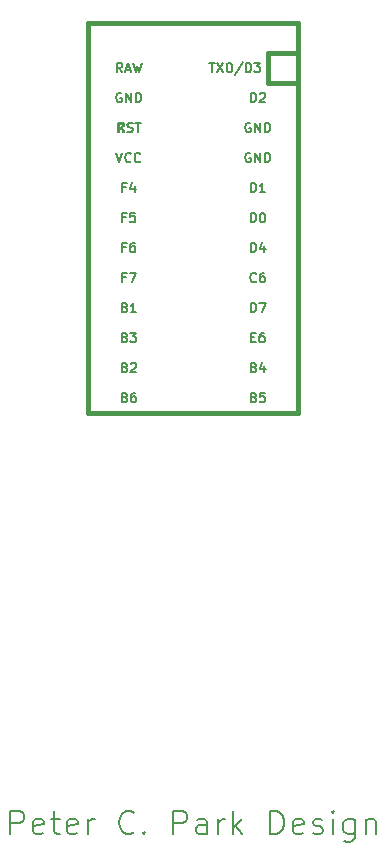
<source format=gto>
G04 #@! TF.GenerationSoftware,KiCad,Pcbnew,(5.1.9)-1*
G04 #@! TF.CreationDate,2021-01-22T22:33:46-08:00*
G04 #@! TF.ProjectId,unisplit_orthosteno,756e6973-706c-4697-945f-6f7274686f73,rev?*
G04 #@! TF.SameCoordinates,Original*
G04 #@! TF.FileFunction,Legend,Top*
G04 #@! TF.FilePolarity,Positive*
%FSLAX46Y46*%
G04 Gerber Fmt 4.6, Leading zero omitted, Abs format (unit mm)*
G04 Created by KiCad (PCBNEW (5.1.9)-1) date 2021-01-22 22:33:46*
%MOMM*%
%LPD*%
G01*
G04 APERTURE LIST*
%ADD10C,0.200000*%
%ADD11C,0.381000*%
%ADD12C,0.150000*%
%ADD13C,1.200000*%
%ADD14C,1.700000*%
%ADD15C,2.000000*%
%ADD16C,1.750000*%
%ADD17C,2.250000*%
%ADD18C,3.987800*%
%ADD19C,1.752600*%
%ADD20R,1.752600X1.752600*%
G04 APERTURE END LIST*
D10*
X126605059Y-128698511D02*
X126605059Y-126698511D01*
X127366964Y-126698511D01*
X127557440Y-126793750D01*
X127652678Y-126888988D01*
X127747916Y-127079464D01*
X127747916Y-127365178D01*
X127652678Y-127555654D01*
X127557440Y-127650892D01*
X127366964Y-127746130D01*
X126605059Y-127746130D01*
X129366964Y-128603273D02*
X129176488Y-128698511D01*
X128795535Y-128698511D01*
X128605059Y-128603273D01*
X128509821Y-128412797D01*
X128509821Y-127650892D01*
X128605059Y-127460416D01*
X128795535Y-127365178D01*
X129176488Y-127365178D01*
X129366964Y-127460416D01*
X129462202Y-127650892D01*
X129462202Y-127841369D01*
X128509821Y-128031845D01*
X130033630Y-127365178D02*
X130795535Y-127365178D01*
X130319345Y-126698511D02*
X130319345Y-128412797D01*
X130414583Y-128603273D01*
X130605059Y-128698511D01*
X130795535Y-128698511D01*
X132224107Y-128603273D02*
X132033630Y-128698511D01*
X131652678Y-128698511D01*
X131462202Y-128603273D01*
X131366964Y-128412797D01*
X131366964Y-127650892D01*
X131462202Y-127460416D01*
X131652678Y-127365178D01*
X132033630Y-127365178D01*
X132224107Y-127460416D01*
X132319345Y-127650892D01*
X132319345Y-127841369D01*
X131366964Y-128031845D01*
X133176488Y-128698511D02*
X133176488Y-127365178D01*
X133176488Y-127746130D02*
X133271726Y-127555654D01*
X133366964Y-127460416D01*
X133557440Y-127365178D01*
X133747916Y-127365178D01*
X137081250Y-128508035D02*
X136986011Y-128603273D01*
X136700297Y-128698511D01*
X136509821Y-128698511D01*
X136224107Y-128603273D01*
X136033630Y-128412797D01*
X135938392Y-128222321D01*
X135843154Y-127841369D01*
X135843154Y-127555654D01*
X135938392Y-127174702D01*
X136033630Y-126984226D01*
X136224107Y-126793750D01*
X136509821Y-126698511D01*
X136700297Y-126698511D01*
X136986011Y-126793750D01*
X137081250Y-126888988D01*
X137938392Y-128508035D02*
X138033630Y-128603273D01*
X137938392Y-128698511D01*
X137843154Y-128603273D01*
X137938392Y-128508035D01*
X137938392Y-128698511D01*
X140414583Y-128698511D02*
X140414583Y-126698511D01*
X141176488Y-126698511D01*
X141366964Y-126793750D01*
X141462202Y-126888988D01*
X141557440Y-127079464D01*
X141557440Y-127365178D01*
X141462202Y-127555654D01*
X141366964Y-127650892D01*
X141176488Y-127746130D01*
X140414583Y-127746130D01*
X143271726Y-128698511D02*
X143271726Y-127650892D01*
X143176488Y-127460416D01*
X142986011Y-127365178D01*
X142605059Y-127365178D01*
X142414583Y-127460416D01*
X143271726Y-128603273D02*
X143081250Y-128698511D01*
X142605059Y-128698511D01*
X142414583Y-128603273D01*
X142319345Y-128412797D01*
X142319345Y-128222321D01*
X142414583Y-128031845D01*
X142605059Y-127936607D01*
X143081250Y-127936607D01*
X143271726Y-127841369D01*
X144224107Y-128698511D02*
X144224107Y-127365178D01*
X144224107Y-127746130D02*
X144319345Y-127555654D01*
X144414583Y-127460416D01*
X144605059Y-127365178D01*
X144795535Y-127365178D01*
X145462202Y-128698511D02*
X145462202Y-126698511D01*
X145652678Y-127936607D02*
X146224107Y-128698511D01*
X146224107Y-127365178D02*
X145462202Y-128127083D01*
X148605059Y-128698511D02*
X148605059Y-126698511D01*
X149081250Y-126698511D01*
X149366964Y-126793750D01*
X149557440Y-126984226D01*
X149652678Y-127174702D01*
X149747916Y-127555654D01*
X149747916Y-127841369D01*
X149652678Y-128222321D01*
X149557440Y-128412797D01*
X149366964Y-128603273D01*
X149081250Y-128698511D01*
X148605059Y-128698511D01*
X151366964Y-128603273D02*
X151176488Y-128698511D01*
X150795535Y-128698511D01*
X150605059Y-128603273D01*
X150509821Y-128412797D01*
X150509821Y-127650892D01*
X150605059Y-127460416D01*
X150795535Y-127365178D01*
X151176488Y-127365178D01*
X151366964Y-127460416D01*
X151462202Y-127650892D01*
X151462202Y-127841369D01*
X150509821Y-128031845D01*
X152224107Y-128603273D02*
X152414583Y-128698511D01*
X152795535Y-128698511D01*
X152986011Y-128603273D01*
X153081250Y-128412797D01*
X153081250Y-128317559D01*
X152986011Y-128127083D01*
X152795535Y-128031845D01*
X152509821Y-128031845D01*
X152319345Y-127936607D01*
X152224107Y-127746130D01*
X152224107Y-127650892D01*
X152319345Y-127460416D01*
X152509821Y-127365178D01*
X152795535Y-127365178D01*
X152986011Y-127460416D01*
X153938392Y-128698511D02*
X153938392Y-127365178D01*
X153938392Y-126698511D02*
X153843154Y-126793750D01*
X153938392Y-126888988D01*
X154033630Y-126793750D01*
X153938392Y-126698511D01*
X153938392Y-126888988D01*
X155747916Y-127365178D02*
X155747916Y-128984226D01*
X155652678Y-129174702D01*
X155557440Y-129269940D01*
X155366964Y-129365178D01*
X155081250Y-129365178D01*
X154890773Y-129269940D01*
X155747916Y-128603273D02*
X155557440Y-128698511D01*
X155176488Y-128698511D01*
X154986011Y-128603273D01*
X154890773Y-128508035D01*
X154795535Y-128317559D01*
X154795535Y-127746130D01*
X154890773Y-127555654D01*
X154986011Y-127460416D01*
X155176488Y-127365178D01*
X155557440Y-127365178D01*
X155747916Y-127460416D01*
X156700297Y-127365178D02*
X156700297Y-128698511D01*
X156700297Y-127555654D02*
X156795535Y-127460416D01*
X156986011Y-127365178D01*
X157271726Y-127365178D01*
X157462202Y-127460416D01*
X157557440Y-127650892D01*
X157557440Y-128698511D01*
D11*
X148431250Y-62547500D02*
X150971250Y-62547500D01*
X133191250Y-60007500D02*
X150971250Y-60007500D01*
X150971250Y-60007500D02*
X150971250Y-93027500D01*
X150971250Y-93027500D02*
X133191250Y-93027500D01*
X133191250Y-93027500D02*
X133191250Y-60007500D01*
D12*
G36*
X136236615Y-68436530D02*
G01*
X136236615Y-68536530D01*
X135736615Y-68536530D01*
X135736615Y-68436530D01*
X136236615Y-68436530D01*
G37*
X136236615Y-68436530D02*
X136236615Y-68536530D01*
X135736615Y-68536530D01*
X135736615Y-68436530D01*
X136236615Y-68436530D01*
G36*
X136236615Y-68436530D02*
G01*
X136236615Y-68736530D01*
X136136615Y-68736530D01*
X136136615Y-68436530D01*
X136236615Y-68436530D01*
G37*
X136236615Y-68436530D02*
X136236615Y-68736530D01*
X136136615Y-68736530D01*
X136136615Y-68436530D01*
X136236615Y-68436530D01*
G36*
X136236615Y-69036530D02*
G01*
X136236615Y-69236530D01*
X136136615Y-69236530D01*
X136136615Y-69036530D01*
X136236615Y-69036530D01*
G37*
X136236615Y-69036530D02*
X136236615Y-69236530D01*
X136136615Y-69236530D01*
X136136615Y-69036530D01*
X136236615Y-69036530D01*
G36*
X135836615Y-68436530D02*
G01*
X135836615Y-69236530D01*
X135736615Y-69236530D01*
X135736615Y-68436530D01*
X135836615Y-68436530D01*
G37*
X135836615Y-68436530D02*
X135836615Y-69236530D01*
X135736615Y-69236530D01*
X135736615Y-68436530D01*
X135836615Y-68436530D01*
G36*
X136036615Y-68836530D02*
G01*
X136036615Y-68936530D01*
X135936615Y-68936530D01*
X135936615Y-68836530D01*
X136036615Y-68836530D01*
G37*
X136036615Y-68836530D02*
X136036615Y-68936530D01*
X135936615Y-68936530D01*
X135936615Y-68836530D01*
X136036615Y-68836530D01*
D11*
X148431250Y-62547500D02*
X148431250Y-65087500D01*
X148431250Y-65087500D02*
X150971250Y-65087500D01*
D12*
X136507916Y-69201309D02*
X136622202Y-69239404D01*
X136812678Y-69239404D01*
X136888869Y-69201309D01*
X136926964Y-69163214D01*
X136965059Y-69087023D01*
X136965059Y-69010833D01*
X136926964Y-68934642D01*
X136888869Y-68896547D01*
X136812678Y-68858452D01*
X136660297Y-68820357D01*
X136584107Y-68782261D01*
X136546011Y-68744166D01*
X136507916Y-68667976D01*
X136507916Y-68591785D01*
X136546011Y-68515595D01*
X136584107Y-68477500D01*
X136660297Y-68439404D01*
X136850773Y-68439404D01*
X136965059Y-68477500D01*
X137193630Y-68439404D02*
X137650773Y-68439404D01*
X137422202Y-69239404D02*
X137422202Y-68439404D01*
X143462645Y-63379404D02*
X143919788Y-63379404D01*
X143691217Y-64179404D02*
X143691217Y-63379404D01*
X144110264Y-63379404D02*
X144643598Y-64179404D01*
X144643598Y-63379404D02*
X144110264Y-64179404D01*
X145100741Y-63379404D02*
X145176931Y-63379404D01*
X145253122Y-63417500D01*
X145291217Y-63455595D01*
X145329312Y-63531785D01*
X145367407Y-63684166D01*
X145367407Y-63874642D01*
X145329312Y-64027023D01*
X145291217Y-64103214D01*
X145253122Y-64141309D01*
X145176931Y-64179404D01*
X145100741Y-64179404D01*
X145024550Y-64141309D01*
X144986455Y-64103214D01*
X144948360Y-64027023D01*
X144910264Y-63874642D01*
X144910264Y-63684166D01*
X144948360Y-63531785D01*
X144986455Y-63455595D01*
X145024550Y-63417500D01*
X145100741Y-63379404D01*
X146281693Y-63341309D02*
X145595979Y-64369880D01*
X146548360Y-64179404D02*
X146548360Y-63379404D01*
X146738836Y-63379404D01*
X146853122Y-63417500D01*
X146929312Y-63493690D01*
X146967407Y-63569880D01*
X147005502Y-63722261D01*
X147005502Y-63836547D01*
X146967407Y-63988928D01*
X146929312Y-64065119D01*
X146853122Y-64141309D01*
X146738836Y-64179404D01*
X146548360Y-64179404D01*
X147272169Y-63379404D02*
X147767407Y-63379404D01*
X147500741Y-63684166D01*
X147615026Y-63684166D01*
X147691217Y-63722261D01*
X147729312Y-63760357D01*
X147767407Y-63836547D01*
X147767407Y-64027023D01*
X147729312Y-64103214D01*
X147691217Y-64141309D01*
X147615026Y-64179404D01*
X147386455Y-64179404D01*
X147310264Y-64141309D01*
X147272169Y-64103214D01*
X136296440Y-89160357D02*
X136410726Y-89198452D01*
X136448821Y-89236547D01*
X136486916Y-89312738D01*
X136486916Y-89427023D01*
X136448821Y-89503214D01*
X136410726Y-89541309D01*
X136334535Y-89579404D01*
X136029773Y-89579404D01*
X136029773Y-88779404D01*
X136296440Y-88779404D01*
X136372630Y-88817500D01*
X136410726Y-88855595D01*
X136448821Y-88931785D01*
X136448821Y-89007976D01*
X136410726Y-89084166D01*
X136372630Y-89122261D01*
X136296440Y-89160357D01*
X136029773Y-89160357D01*
X136791678Y-88855595D02*
X136829773Y-88817500D01*
X136905964Y-88779404D01*
X137096440Y-88779404D01*
X137172630Y-88817500D01*
X137210726Y-88855595D01*
X137248821Y-88931785D01*
X137248821Y-89007976D01*
X137210726Y-89122261D01*
X136753583Y-89579404D01*
X137248821Y-89579404D01*
X136353583Y-81540357D02*
X136086916Y-81540357D01*
X136086916Y-81959404D02*
X136086916Y-81159404D01*
X136467869Y-81159404D01*
X136696440Y-81159404D02*
X137229773Y-81159404D01*
X136886916Y-81959404D01*
X136353583Y-79000357D02*
X136086916Y-79000357D01*
X136086916Y-79419404D02*
X136086916Y-78619404D01*
X136467869Y-78619404D01*
X137115488Y-78619404D02*
X136963107Y-78619404D01*
X136886916Y-78657500D01*
X136848821Y-78695595D01*
X136772630Y-78809880D01*
X136734535Y-78962261D01*
X136734535Y-79267023D01*
X136772630Y-79343214D01*
X136810726Y-79381309D01*
X136886916Y-79419404D01*
X137039297Y-79419404D01*
X137115488Y-79381309D01*
X137153583Y-79343214D01*
X137191678Y-79267023D01*
X137191678Y-79076547D01*
X137153583Y-79000357D01*
X137115488Y-78962261D01*
X137039297Y-78924166D01*
X136886916Y-78924166D01*
X136810726Y-78962261D01*
X136772630Y-79000357D01*
X136734535Y-79076547D01*
X136353583Y-76460357D02*
X136086916Y-76460357D01*
X136086916Y-76879404D02*
X136086916Y-76079404D01*
X136467869Y-76079404D01*
X137153583Y-76079404D02*
X136772630Y-76079404D01*
X136734535Y-76460357D01*
X136772630Y-76422261D01*
X136848821Y-76384166D01*
X137039297Y-76384166D01*
X137115488Y-76422261D01*
X137153583Y-76460357D01*
X137191678Y-76536547D01*
X137191678Y-76727023D01*
X137153583Y-76803214D01*
X137115488Y-76841309D01*
X137039297Y-76879404D01*
X136848821Y-76879404D01*
X136772630Y-76841309D01*
X136734535Y-76803214D01*
X136067869Y-64179404D02*
X135801202Y-63798452D01*
X135610726Y-64179404D02*
X135610726Y-63379404D01*
X135915488Y-63379404D01*
X135991678Y-63417500D01*
X136029773Y-63455595D01*
X136067869Y-63531785D01*
X136067869Y-63646071D01*
X136029773Y-63722261D01*
X135991678Y-63760357D01*
X135915488Y-63798452D01*
X135610726Y-63798452D01*
X136372630Y-63950833D02*
X136753583Y-63950833D01*
X136296440Y-64179404D02*
X136563107Y-63379404D01*
X136829773Y-64179404D01*
X137020250Y-63379404D02*
X137210726Y-64179404D01*
X137363107Y-63607976D01*
X137515488Y-64179404D01*
X137705964Y-63379404D01*
X136010726Y-65957500D02*
X135934535Y-65919404D01*
X135820250Y-65919404D01*
X135705964Y-65957500D01*
X135629773Y-66033690D01*
X135591678Y-66109880D01*
X135553583Y-66262261D01*
X135553583Y-66376547D01*
X135591678Y-66528928D01*
X135629773Y-66605119D01*
X135705964Y-66681309D01*
X135820250Y-66719404D01*
X135896440Y-66719404D01*
X136010726Y-66681309D01*
X136048821Y-66643214D01*
X136048821Y-66376547D01*
X135896440Y-66376547D01*
X136391678Y-66719404D02*
X136391678Y-65919404D01*
X136848821Y-66719404D01*
X136848821Y-65919404D01*
X137229773Y-66719404D02*
X137229773Y-65919404D01*
X137420250Y-65919404D01*
X137534535Y-65957500D01*
X137610726Y-66033690D01*
X137648821Y-66109880D01*
X137686916Y-66262261D01*
X137686916Y-66376547D01*
X137648821Y-66528928D01*
X137610726Y-66605119D01*
X137534535Y-66681309D01*
X137420250Y-66719404D01*
X137229773Y-66719404D01*
X135553583Y-70999404D02*
X135820250Y-71799404D01*
X136086916Y-70999404D01*
X136810726Y-71723214D02*
X136772630Y-71761309D01*
X136658345Y-71799404D01*
X136582154Y-71799404D01*
X136467869Y-71761309D01*
X136391678Y-71685119D01*
X136353583Y-71608928D01*
X136315488Y-71456547D01*
X136315488Y-71342261D01*
X136353583Y-71189880D01*
X136391678Y-71113690D01*
X136467869Y-71037500D01*
X136582154Y-70999404D01*
X136658345Y-70999404D01*
X136772630Y-71037500D01*
X136810726Y-71075595D01*
X137610726Y-71723214D02*
X137572630Y-71761309D01*
X137458345Y-71799404D01*
X137382154Y-71799404D01*
X137267869Y-71761309D01*
X137191678Y-71685119D01*
X137153583Y-71608928D01*
X137115488Y-71456547D01*
X137115488Y-71342261D01*
X137153583Y-71189880D01*
X137191678Y-71113690D01*
X137267869Y-71037500D01*
X137382154Y-70999404D01*
X137458345Y-70999404D01*
X137572630Y-71037500D01*
X137610726Y-71075595D01*
X136353583Y-73920357D02*
X136086916Y-73920357D01*
X136086916Y-74339404D02*
X136086916Y-73539404D01*
X136467869Y-73539404D01*
X137115488Y-73806071D02*
X137115488Y-74339404D01*
X136925011Y-73501309D02*
X136734535Y-74072738D01*
X137229773Y-74072738D01*
X136296440Y-84080357D02*
X136410726Y-84118452D01*
X136448821Y-84156547D01*
X136486916Y-84232738D01*
X136486916Y-84347023D01*
X136448821Y-84423214D01*
X136410726Y-84461309D01*
X136334535Y-84499404D01*
X136029773Y-84499404D01*
X136029773Y-83699404D01*
X136296440Y-83699404D01*
X136372630Y-83737500D01*
X136410726Y-83775595D01*
X136448821Y-83851785D01*
X136448821Y-83927976D01*
X136410726Y-84004166D01*
X136372630Y-84042261D01*
X136296440Y-84080357D01*
X136029773Y-84080357D01*
X137248821Y-84499404D02*
X136791678Y-84499404D01*
X137020250Y-84499404D02*
X137020250Y-83699404D01*
X136944059Y-83813690D01*
X136867869Y-83889880D01*
X136791678Y-83927976D01*
X136296440Y-86620357D02*
X136410726Y-86658452D01*
X136448821Y-86696547D01*
X136486916Y-86772738D01*
X136486916Y-86887023D01*
X136448821Y-86963214D01*
X136410726Y-87001309D01*
X136334535Y-87039404D01*
X136029773Y-87039404D01*
X136029773Y-86239404D01*
X136296440Y-86239404D01*
X136372630Y-86277500D01*
X136410726Y-86315595D01*
X136448821Y-86391785D01*
X136448821Y-86467976D01*
X136410726Y-86544166D01*
X136372630Y-86582261D01*
X136296440Y-86620357D01*
X136029773Y-86620357D01*
X136753583Y-86239404D02*
X137248821Y-86239404D01*
X136982154Y-86544166D01*
X137096440Y-86544166D01*
X137172630Y-86582261D01*
X137210726Y-86620357D01*
X137248821Y-86696547D01*
X137248821Y-86887023D01*
X137210726Y-86963214D01*
X137172630Y-87001309D01*
X137096440Y-87039404D01*
X136867869Y-87039404D01*
X136791678Y-87001309D01*
X136753583Y-86963214D01*
X136296440Y-91700357D02*
X136410726Y-91738452D01*
X136448821Y-91776547D01*
X136486916Y-91852738D01*
X136486916Y-91967023D01*
X136448821Y-92043214D01*
X136410726Y-92081309D01*
X136334535Y-92119404D01*
X136029773Y-92119404D01*
X136029773Y-91319404D01*
X136296440Y-91319404D01*
X136372630Y-91357500D01*
X136410726Y-91395595D01*
X136448821Y-91471785D01*
X136448821Y-91547976D01*
X136410726Y-91624166D01*
X136372630Y-91662261D01*
X136296440Y-91700357D01*
X136029773Y-91700357D01*
X137172630Y-91319404D02*
X137020250Y-91319404D01*
X136944059Y-91357500D01*
X136905964Y-91395595D01*
X136829773Y-91509880D01*
X136791678Y-91662261D01*
X136791678Y-91967023D01*
X136829773Y-92043214D01*
X136867869Y-92081309D01*
X136944059Y-92119404D01*
X137096440Y-92119404D01*
X137172630Y-92081309D01*
X137210726Y-92043214D01*
X137248821Y-91967023D01*
X137248821Y-91776547D01*
X137210726Y-91700357D01*
X137172630Y-91662261D01*
X137096440Y-91624166D01*
X136944059Y-91624166D01*
X136867869Y-91662261D01*
X136829773Y-91700357D01*
X136791678Y-91776547D01*
X147218440Y-91700357D02*
X147332726Y-91738452D01*
X147370821Y-91776547D01*
X147408916Y-91852738D01*
X147408916Y-91967023D01*
X147370821Y-92043214D01*
X147332726Y-92081309D01*
X147256535Y-92119404D01*
X146951773Y-92119404D01*
X146951773Y-91319404D01*
X147218440Y-91319404D01*
X147294630Y-91357500D01*
X147332726Y-91395595D01*
X147370821Y-91471785D01*
X147370821Y-91547976D01*
X147332726Y-91624166D01*
X147294630Y-91662261D01*
X147218440Y-91700357D01*
X146951773Y-91700357D01*
X148132726Y-91319404D02*
X147751773Y-91319404D01*
X147713678Y-91700357D01*
X147751773Y-91662261D01*
X147827964Y-91624166D01*
X148018440Y-91624166D01*
X148094630Y-91662261D01*
X148132726Y-91700357D01*
X148170821Y-91776547D01*
X148170821Y-91967023D01*
X148132726Y-92043214D01*
X148094630Y-92081309D01*
X148018440Y-92119404D01*
X147827964Y-92119404D01*
X147751773Y-92081309D01*
X147713678Y-92043214D01*
X147218440Y-89160357D02*
X147332726Y-89198452D01*
X147370821Y-89236547D01*
X147408916Y-89312738D01*
X147408916Y-89427023D01*
X147370821Y-89503214D01*
X147332726Y-89541309D01*
X147256535Y-89579404D01*
X146951773Y-89579404D01*
X146951773Y-88779404D01*
X147218440Y-88779404D01*
X147294630Y-88817500D01*
X147332726Y-88855595D01*
X147370821Y-88931785D01*
X147370821Y-89007976D01*
X147332726Y-89084166D01*
X147294630Y-89122261D01*
X147218440Y-89160357D01*
X146951773Y-89160357D01*
X148094630Y-89046071D02*
X148094630Y-89579404D01*
X147904154Y-88741309D02*
X147713678Y-89312738D01*
X148208916Y-89312738D01*
X146989869Y-86620357D02*
X147256535Y-86620357D01*
X147370821Y-87039404D02*
X146989869Y-87039404D01*
X146989869Y-86239404D01*
X147370821Y-86239404D01*
X148056535Y-86239404D02*
X147904154Y-86239404D01*
X147827964Y-86277500D01*
X147789869Y-86315595D01*
X147713678Y-86429880D01*
X147675583Y-86582261D01*
X147675583Y-86887023D01*
X147713678Y-86963214D01*
X147751773Y-87001309D01*
X147827964Y-87039404D01*
X147980345Y-87039404D01*
X148056535Y-87001309D01*
X148094630Y-86963214D01*
X148132726Y-86887023D01*
X148132726Y-86696547D01*
X148094630Y-86620357D01*
X148056535Y-86582261D01*
X147980345Y-86544166D01*
X147827964Y-86544166D01*
X147751773Y-86582261D01*
X147713678Y-86620357D01*
X147675583Y-86696547D01*
X146951773Y-84499404D02*
X146951773Y-83699404D01*
X147142250Y-83699404D01*
X147256535Y-83737500D01*
X147332726Y-83813690D01*
X147370821Y-83889880D01*
X147408916Y-84042261D01*
X147408916Y-84156547D01*
X147370821Y-84308928D01*
X147332726Y-84385119D01*
X147256535Y-84461309D01*
X147142250Y-84499404D01*
X146951773Y-84499404D01*
X147675583Y-83699404D02*
X148208916Y-83699404D01*
X147866059Y-84499404D01*
X147408916Y-81883214D02*
X147370821Y-81921309D01*
X147256535Y-81959404D01*
X147180345Y-81959404D01*
X147066059Y-81921309D01*
X146989869Y-81845119D01*
X146951773Y-81768928D01*
X146913678Y-81616547D01*
X146913678Y-81502261D01*
X146951773Y-81349880D01*
X146989869Y-81273690D01*
X147066059Y-81197500D01*
X147180345Y-81159404D01*
X147256535Y-81159404D01*
X147370821Y-81197500D01*
X147408916Y-81235595D01*
X148094630Y-81159404D02*
X147942250Y-81159404D01*
X147866059Y-81197500D01*
X147827964Y-81235595D01*
X147751773Y-81349880D01*
X147713678Y-81502261D01*
X147713678Y-81807023D01*
X147751773Y-81883214D01*
X147789869Y-81921309D01*
X147866059Y-81959404D01*
X148018440Y-81959404D01*
X148094630Y-81921309D01*
X148132726Y-81883214D01*
X148170821Y-81807023D01*
X148170821Y-81616547D01*
X148132726Y-81540357D01*
X148094630Y-81502261D01*
X148018440Y-81464166D01*
X147866059Y-81464166D01*
X147789869Y-81502261D01*
X147751773Y-81540357D01*
X147713678Y-81616547D01*
X146951773Y-79419404D02*
X146951773Y-78619404D01*
X147142250Y-78619404D01*
X147256535Y-78657500D01*
X147332726Y-78733690D01*
X147370821Y-78809880D01*
X147408916Y-78962261D01*
X147408916Y-79076547D01*
X147370821Y-79228928D01*
X147332726Y-79305119D01*
X147256535Y-79381309D01*
X147142250Y-79419404D01*
X146951773Y-79419404D01*
X148094630Y-78886071D02*
X148094630Y-79419404D01*
X147904154Y-78581309D02*
X147713678Y-79152738D01*
X148208916Y-79152738D01*
X146932726Y-68497500D02*
X146856535Y-68459404D01*
X146742250Y-68459404D01*
X146627964Y-68497500D01*
X146551773Y-68573690D01*
X146513678Y-68649880D01*
X146475583Y-68802261D01*
X146475583Y-68916547D01*
X146513678Y-69068928D01*
X146551773Y-69145119D01*
X146627964Y-69221309D01*
X146742250Y-69259404D01*
X146818440Y-69259404D01*
X146932726Y-69221309D01*
X146970821Y-69183214D01*
X146970821Y-68916547D01*
X146818440Y-68916547D01*
X147313678Y-69259404D02*
X147313678Y-68459404D01*
X147770821Y-69259404D01*
X147770821Y-68459404D01*
X148151773Y-69259404D02*
X148151773Y-68459404D01*
X148342250Y-68459404D01*
X148456535Y-68497500D01*
X148532726Y-68573690D01*
X148570821Y-68649880D01*
X148608916Y-68802261D01*
X148608916Y-68916547D01*
X148570821Y-69068928D01*
X148532726Y-69145119D01*
X148456535Y-69221309D01*
X148342250Y-69259404D01*
X148151773Y-69259404D01*
X146932726Y-71037500D02*
X146856535Y-70999404D01*
X146742250Y-70999404D01*
X146627964Y-71037500D01*
X146551773Y-71113690D01*
X146513678Y-71189880D01*
X146475583Y-71342261D01*
X146475583Y-71456547D01*
X146513678Y-71608928D01*
X146551773Y-71685119D01*
X146627964Y-71761309D01*
X146742250Y-71799404D01*
X146818440Y-71799404D01*
X146932726Y-71761309D01*
X146970821Y-71723214D01*
X146970821Y-71456547D01*
X146818440Y-71456547D01*
X147313678Y-71799404D02*
X147313678Y-70999404D01*
X147770821Y-71799404D01*
X147770821Y-70999404D01*
X148151773Y-71799404D02*
X148151773Y-70999404D01*
X148342250Y-70999404D01*
X148456535Y-71037500D01*
X148532726Y-71113690D01*
X148570821Y-71189880D01*
X148608916Y-71342261D01*
X148608916Y-71456547D01*
X148570821Y-71608928D01*
X148532726Y-71685119D01*
X148456535Y-71761309D01*
X148342250Y-71799404D01*
X148151773Y-71799404D01*
X146951773Y-74339404D02*
X146951773Y-73539404D01*
X147142250Y-73539404D01*
X147256535Y-73577500D01*
X147332726Y-73653690D01*
X147370821Y-73729880D01*
X147408916Y-73882261D01*
X147408916Y-73996547D01*
X147370821Y-74148928D01*
X147332726Y-74225119D01*
X147256535Y-74301309D01*
X147142250Y-74339404D01*
X146951773Y-74339404D01*
X148170821Y-74339404D02*
X147713678Y-74339404D01*
X147942250Y-74339404D02*
X147942250Y-73539404D01*
X147866059Y-73653690D01*
X147789869Y-73729880D01*
X147713678Y-73767976D01*
X146951773Y-76879404D02*
X146951773Y-76079404D01*
X147142250Y-76079404D01*
X147256535Y-76117500D01*
X147332726Y-76193690D01*
X147370821Y-76269880D01*
X147408916Y-76422261D01*
X147408916Y-76536547D01*
X147370821Y-76688928D01*
X147332726Y-76765119D01*
X147256535Y-76841309D01*
X147142250Y-76879404D01*
X146951773Y-76879404D01*
X147904154Y-76079404D02*
X147980345Y-76079404D01*
X148056535Y-76117500D01*
X148094630Y-76155595D01*
X148132726Y-76231785D01*
X148170821Y-76384166D01*
X148170821Y-76574642D01*
X148132726Y-76727023D01*
X148094630Y-76803214D01*
X148056535Y-76841309D01*
X147980345Y-76879404D01*
X147904154Y-76879404D01*
X147827964Y-76841309D01*
X147789869Y-76803214D01*
X147751773Y-76727023D01*
X147713678Y-76574642D01*
X147713678Y-76384166D01*
X147751773Y-76231785D01*
X147789869Y-76155595D01*
X147827964Y-76117500D01*
X147904154Y-76079404D01*
X146951773Y-66719404D02*
X146951773Y-65919404D01*
X147142250Y-65919404D01*
X147256535Y-65957500D01*
X147332726Y-66033690D01*
X147370821Y-66109880D01*
X147408916Y-66262261D01*
X147408916Y-66376547D01*
X147370821Y-66528928D01*
X147332726Y-66605119D01*
X147256535Y-66681309D01*
X147142250Y-66719404D01*
X146951773Y-66719404D01*
X147713678Y-65995595D02*
X147751773Y-65957500D01*
X147827964Y-65919404D01*
X148018440Y-65919404D01*
X148094630Y-65957500D01*
X148132726Y-65995595D01*
X148170821Y-66071785D01*
X148170821Y-66147976D01*
X148132726Y-66262261D01*
X147675583Y-66719404D01*
X148170821Y-66719404D01*
%LPC*%
D13*
X108286250Y-131200000D03*
D14*
X119006250Y-127000000D03*
X108006250Y-127000000D03*
D15*
X113506250Y-121100000D03*
X118506250Y-123200000D03*
D16*
X118586250Y-127000000D03*
X108426250Y-127000000D03*
D17*
X111006250Y-123000000D03*
D18*
X113506250Y-127000000D03*
G36*
G01*
X108944938Y-125297350D02*
X108944938Y-125297350D01*
G75*
G02*
X108858900Y-123708688I751312J837350D01*
G01*
X110168890Y-122248680D01*
G75*
G02*
X111757552Y-122162642I837350J-751312D01*
G01*
X111757552Y-122162642D01*
G75*
G02*
X111843590Y-123751304I-751312J-837350D01*
G01*
X110533600Y-125211312D01*
G75*
G02*
X108944938Y-125297350I-837350J751312D01*
G01*
G37*
D17*
X116046250Y-121920000D03*
G36*
G01*
X115929733Y-123622395D02*
X115929733Y-123622395D01*
G75*
G02*
X114883855Y-122423483I76517J1122395D01*
G01*
X114923397Y-121843451D01*
G75*
G02*
X116122309Y-120797573I1122395J-76517D01*
G01*
X116122309Y-120797573D01*
G75*
G02*
X117168187Y-121996485I-76517J-1122395D01*
G01*
X117128645Y-122576517D01*
G75*
G02*
X115929733Y-123622395I-1122395J76517D01*
G01*
G37*
D13*
X89236250Y-131200000D03*
D14*
X99956250Y-127000000D03*
X88956250Y-127000000D03*
D15*
X94456250Y-121100000D03*
X99456250Y-123200000D03*
D16*
X99536250Y-127000000D03*
X89376250Y-127000000D03*
D17*
X91956250Y-123000000D03*
D18*
X94456250Y-127000000D03*
G36*
G01*
X89894938Y-125297350D02*
X89894938Y-125297350D01*
G75*
G02*
X89808900Y-123708688I751312J837350D01*
G01*
X91118890Y-122248680D01*
G75*
G02*
X92707552Y-122162642I837350J-751312D01*
G01*
X92707552Y-122162642D01*
G75*
G02*
X92793590Y-123751304I-751312J-837350D01*
G01*
X91483600Y-125211312D01*
G75*
G02*
X89894938Y-125297350I-837350J751312D01*
G01*
G37*
D17*
X96996250Y-121920000D03*
G36*
G01*
X96879733Y-123622395D02*
X96879733Y-123622395D01*
G75*
G02*
X95833855Y-122423483I76517J1122395D01*
G01*
X95873397Y-121843451D01*
G75*
G02*
X97072309Y-120797573I1122395J-76517D01*
G01*
X97072309Y-120797573D01*
G75*
G02*
X98118187Y-121996485I-76517J-1122395D01*
G01*
X98078645Y-122576517D01*
G75*
G02*
X96879733Y-123622395I-1122395J76517D01*
G01*
G37*
D13*
X70186250Y-131200000D03*
D14*
X80906250Y-127000000D03*
X69906250Y-127000000D03*
D15*
X75406250Y-121100000D03*
X80406250Y-123200000D03*
D16*
X80486250Y-127000000D03*
X70326250Y-127000000D03*
D17*
X72906250Y-123000000D03*
D18*
X75406250Y-127000000D03*
G36*
G01*
X70844938Y-125297350D02*
X70844938Y-125297350D01*
G75*
G02*
X70758900Y-123708688I751312J837350D01*
G01*
X72068890Y-122248680D01*
G75*
G02*
X73657552Y-122162642I837350J-751312D01*
G01*
X73657552Y-122162642D01*
G75*
G02*
X73743590Y-123751304I-751312J-837350D01*
G01*
X72433600Y-125211312D01*
G75*
G02*
X70844938Y-125297350I-837350J751312D01*
G01*
G37*
D17*
X77946250Y-121920000D03*
G36*
G01*
X77829733Y-123622395D02*
X77829733Y-123622395D01*
G75*
G02*
X76783855Y-122423483I76517J1122395D01*
G01*
X76823397Y-121843451D01*
G75*
G02*
X78022309Y-120797573I1122395J-76517D01*
G01*
X78022309Y-120797573D01*
G75*
G02*
X79068187Y-121996485I-76517J-1122395D01*
G01*
X79028645Y-122576517D01*
G75*
G02*
X77829733Y-123622395I-1122395J76517D01*
G01*
G37*
D13*
X203536250Y-131200000D03*
D14*
X214256250Y-127000000D03*
X203256250Y-127000000D03*
D15*
X208756250Y-121100000D03*
X213756250Y-123200000D03*
D16*
X213836250Y-127000000D03*
X203676250Y-127000000D03*
D17*
X206256250Y-123000000D03*
D18*
X208756250Y-127000000D03*
G36*
G01*
X204194938Y-125297350D02*
X204194938Y-125297350D01*
G75*
G02*
X204108900Y-123708688I751312J837350D01*
G01*
X205418890Y-122248680D01*
G75*
G02*
X207007552Y-122162642I837350J-751312D01*
G01*
X207007552Y-122162642D01*
G75*
G02*
X207093590Y-123751304I-751312J-837350D01*
G01*
X205783600Y-125211312D01*
G75*
G02*
X204194938Y-125297350I-837350J751312D01*
G01*
G37*
D17*
X211296250Y-121920000D03*
G36*
G01*
X211179733Y-123622395D02*
X211179733Y-123622395D01*
G75*
G02*
X210133855Y-122423483I76517J1122395D01*
G01*
X210173397Y-121843451D01*
G75*
G02*
X211372309Y-120797573I1122395J-76517D01*
G01*
X211372309Y-120797573D01*
G75*
G02*
X212418187Y-121996485I-76517J-1122395D01*
G01*
X212378645Y-122576517D01*
G75*
G02*
X211179733Y-123622395I-1122395J76517D01*
G01*
G37*
D13*
X89236250Y-93100000D03*
D14*
X99956250Y-88900000D03*
X88956250Y-88900000D03*
D15*
X94456250Y-83000000D03*
X99456250Y-85100000D03*
D16*
X99536250Y-88900000D03*
X89376250Y-88900000D03*
D17*
X91956250Y-84900000D03*
D18*
X94456250Y-88900000D03*
G36*
G01*
X89894938Y-87197350D02*
X89894938Y-87197350D01*
G75*
G02*
X89808900Y-85608688I751312J837350D01*
G01*
X91118890Y-84148680D01*
G75*
G02*
X92707552Y-84062642I837350J-751312D01*
G01*
X92707552Y-84062642D01*
G75*
G02*
X92793590Y-85651304I-751312J-837350D01*
G01*
X91483600Y-87111312D01*
G75*
G02*
X89894938Y-87197350I-837350J751312D01*
G01*
G37*
D17*
X96996250Y-83820000D03*
G36*
G01*
X96879733Y-85522395D02*
X96879733Y-85522395D01*
G75*
G02*
X95833855Y-84323483I76517J1122395D01*
G01*
X95873397Y-83743451D01*
G75*
G02*
X97072309Y-82697573I1122395J-76517D01*
G01*
X97072309Y-82697573D01*
G75*
G02*
X98118187Y-83896485I-76517J-1122395D01*
G01*
X98078645Y-84476517D01*
G75*
G02*
X96879733Y-85522395I-1122395J76517D01*
G01*
G37*
D13*
X70186250Y-74050000D03*
D14*
X80906250Y-69850000D03*
X69906250Y-69850000D03*
D15*
X75406250Y-63950000D03*
X80406250Y-66050000D03*
D16*
X80486250Y-69850000D03*
X70326250Y-69850000D03*
D17*
X72906250Y-65850000D03*
D18*
X75406250Y-69850000D03*
G36*
G01*
X70844938Y-68147350D02*
X70844938Y-68147350D01*
G75*
G02*
X70758900Y-66558688I751312J837350D01*
G01*
X72068890Y-65098680D01*
G75*
G02*
X73657552Y-65012642I837350J-751312D01*
G01*
X73657552Y-65012642D01*
G75*
G02*
X73743590Y-66601304I-751312J-837350D01*
G01*
X72433600Y-68061312D01*
G75*
G02*
X70844938Y-68147350I-837350J751312D01*
G01*
G37*
D17*
X77946250Y-64770000D03*
G36*
G01*
X77829733Y-66472395D02*
X77829733Y-66472395D01*
G75*
G02*
X76783855Y-65273483I76517J1122395D01*
G01*
X76823397Y-64693451D01*
G75*
G02*
X78022309Y-63647573I1122395J-76517D01*
G01*
X78022309Y-63647573D01*
G75*
G02*
X79068187Y-64846485I-76517J-1122395D01*
G01*
X79028645Y-65426517D01*
G75*
G02*
X77829733Y-66472395I-1122395J76517D01*
G01*
G37*
D13*
X51136250Y-93100000D03*
D14*
X61856250Y-88900000D03*
X50856250Y-88900000D03*
D15*
X56356250Y-83000000D03*
X61356250Y-85100000D03*
D16*
X61436250Y-88900000D03*
X51276250Y-88900000D03*
D17*
X53856250Y-84900000D03*
D18*
X56356250Y-88900000D03*
G36*
G01*
X51794938Y-87197350D02*
X51794938Y-87197350D01*
G75*
G02*
X51708900Y-85608688I751312J837350D01*
G01*
X53018890Y-84148680D01*
G75*
G02*
X54607552Y-84062642I837350J-751312D01*
G01*
X54607552Y-84062642D01*
G75*
G02*
X54693590Y-85651304I-751312J-837350D01*
G01*
X53383600Y-87111312D01*
G75*
G02*
X51794938Y-87197350I-837350J751312D01*
G01*
G37*
D17*
X58896250Y-83820000D03*
G36*
G01*
X58779733Y-85522395D02*
X58779733Y-85522395D01*
G75*
G02*
X57733855Y-84323483I76517J1122395D01*
G01*
X57773397Y-83743451D01*
G75*
G02*
X58972309Y-82697573I1122395J-76517D01*
G01*
X58972309Y-82697573D01*
G75*
G02*
X60018187Y-83896485I-76517J-1122395D01*
G01*
X59978645Y-84476517D01*
G75*
G02*
X58779733Y-85522395I-1122395J76517D01*
G01*
G37*
D13*
X32086250Y-93100000D03*
D14*
X42806250Y-88900000D03*
X31806250Y-88900000D03*
D15*
X37306250Y-83000000D03*
X42306250Y-85100000D03*
D16*
X42386250Y-88900000D03*
X32226250Y-88900000D03*
D17*
X34806250Y-84900000D03*
D18*
X37306250Y-88900000D03*
G36*
G01*
X32744938Y-87197350D02*
X32744938Y-87197350D01*
G75*
G02*
X32658900Y-85608688I751312J837350D01*
G01*
X33968890Y-84148680D01*
G75*
G02*
X35557552Y-84062642I837350J-751312D01*
G01*
X35557552Y-84062642D01*
G75*
G02*
X35643590Y-85651304I-751312J-837350D01*
G01*
X34333600Y-87111312D01*
G75*
G02*
X32744938Y-87197350I-837350J751312D01*
G01*
G37*
D17*
X39846250Y-83820000D03*
G36*
G01*
X39729733Y-85522395D02*
X39729733Y-85522395D01*
G75*
G02*
X38683855Y-84323483I76517J1122395D01*
G01*
X38723397Y-83743451D01*
G75*
G02*
X39922309Y-82697573I1122395J-76517D01*
G01*
X39922309Y-82697573D01*
G75*
G02*
X40968187Y-83896485I-76517J-1122395D01*
G01*
X40928645Y-84476517D01*
G75*
G02*
X39729733Y-85522395I-1122395J76517D01*
G01*
G37*
D13*
X32086250Y-74050000D03*
D14*
X42806250Y-69850000D03*
X31806250Y-69850000D03*
D15*
X37306250Y-63950000D03*
X42306250Y-66050000D03*
D16*
X42386250Y-69850000D03*
X32226250Y-69850000D03*
D17*
X34806250Y-65850000D03*
D18*
X37306250Y-69850000D03*
G36*
G01*
X32744938Y-68147350D02*
X32744938Y-68147350D01*
G75*
G02*
X32658900Y-66558688I751312J837350D01*
G01*
X33968890Y-65098680D01*
G75*
G02*
X35557552Y-65012642I837350J-751312D01*
G01*
X35557552Y-65012642D01*
G75*
G02*
X35643590Y-66601304I-751312J-837350D01*
G01*
X34333600Y-68061312D01*
G75*
G02*
X32744938Y-68147350I-837350J751312D01*
G01*
G37*
D17*
X39846250Y-64770000D03*
G36*
G01*
X39729733Y-66472395D02*
X39729733Y-66472395D01*
G75*
G02*
X38683855Y-65273483I76517J1122395D01*
G01*
X38723397Y-64693451D01*
G75*
G02*
X39922309Y-63647573I1122395J-76517D01*
G01*
X39922309Y-63647573D01*
G75*
G02*
X40968187Y-64846485I-76517J-1122395D01*
G01*
X40928645Y-65426517D01*
G75*
G02*
X39729733Y-66472395I-1122395J76517D01*
G01*
G37*
D13*
X108286250Y-93100000D03*
D14*
X119006250Y-88900000D03*
X108006250Y-88900000D03*
D15*
X113506250Y-83000000D03*
X118506250Y-85100000D03*
D16*
X118586250Y-88900000D03*
X108426250Y-88900000D03*
D17*
X111006250Y-84900000D03*
D18*
X113506250Y-88900000D03*
G36*
G01*
X108944938Y-87197350D02*
X108944938Y-87197350D01*
G75*
G02*
X108858900Y-85608688I751312J837350D01*
G01*
X110168890Y-84148680D01*
G75*
G02*
X111757552Y-84062642I837350J-751312D01*
G01*
X111757552Y-84062642D01*
G75*
G02*
X111843590Y-85651304I-751312J-837350D01*
G01*
X110533600Y-87111312D01*
G75*
G02*
X108944938Y-87197350I-837350J751312D01*
G01*
G37*
D17*
X116046250Y-83820000D03*
G36*
G01*
X115929733Y-85522395D02*
X115929733Y-85522395D01*
G75*
G02*
X114883855Y-84323483I76517J1122395D01*
G01*
X114923397Y-83743451D01*
G75*
G02*
X116122309Y-82697573I1122395J-76517D01*
G01*
X116122309Y-82697573D01*
G75*
G02*
X117168187Y-83896485I-76517J-1122395D01*
G01*
X117128645Y-84476517D01*
G75*
G02*
X115929733Y-85522395I-1122395J76517D01*
G01*
G37*
D13*
X108286250Y-74050000D03*
D14*
X119006250Y-69850000D03*
X108006250Y-69850000D03*
D15*
X113506250Y-63950000D03*
X118506250Y-66050000D03*
D16*
X118586250Y-69850000D03*
X108426250Y-69850000D03*
D17*
X111006250Y-65850000D03*
D18*
X113506250Y-69850000D03*
G36*
G01*
X108944938Y-68147350D02*
X108944938Y-68147350D01*
G75*
G02*
X108858900Y-66558688I751312J837350D01*
G01*
X110168890Y-65098680D01*
G75*
G02*
X111757552Y-65012642I837350J-751312D01*
G01*
X111757552Y-65012642D01*
G75*
G02*
X111843590Y-66601304I-751312J-837350D01*
G01*
X110533600Y-68061312D01*
G75*
G02*
X108944938Y-68147350I-837350J751312D01*
G01*
G37*
D17*
X116046250Y-64770000D03*
G36*
G01*
X115929733Y-66472395D02*
X115929733Y-66472395D01*
G75*
G02*
X114883855Y-65273483I76517J1122395D01*
G01*
X114923397Y-64693451D01*
G75*
G02*
X116122309Y-63647573I1122395J-76517D01*
G01*
X116122309Y-63647573D01*
G75*
G02*
X117168187Y-64846485I-76517J-1122395D01*
G01*
X117128645Y-65426517D01*
G75*
G02*
X115929733Y-66472395I-1122395J76517D01*
G01*
G37*
D19*
X134461250Y-63817500D03*
X149701250Y-91757500D03*
X134461250Y-66357500D03*
X134461250Y-68897500D03*
X134461250Y-71437500D03*
X134461250Y-73977500D03*
X134461250Y-76517500D03*
X134461250Y-79057500D03*
X134461250Y-81597500D03*
X134461250Y-84137500D03*
X134461250Y-86677500D03*
X134461250Y-89217500D03*
X134461250Y-91757500D03*
X149701250Y-89217500D03*
X149701250Y-86677500D03*
X149701250Y-84137500D03*
X149701250Y-81597500D03*
X149701250Y-79057500D03*
X149701250Y-76517500D03*
X149701250Y-73977500D03*
X149701250Y-71437500D03*
X149701250Y-68897500D03*
X149701250Y-66357500D03*
D20*
X149701250Y-63817500D03*
D13*
X184486250Y-131200000D03*
D14*
X195206250Y-127000000D03*
X184206250Y-127000000D03*
D15*
X189706250Y-121100000D03*
X194706250Y-123200000D03*
D16*
X194786250Y-127000000D03*
X184626250Y-127000000D03*
D17*
X187206250Y-123000000D03*
D18*
X189706250Y-127000000D03*
G36*
G01*
X185144938Y-125297350D02*
X185144938Y-125297350D01*
G75*
G02*
X185058900Y-123708688I751312J837350D01*
G01*
X186368890Y-122248680D01*
G75*
G02*
X187957552Y-122162642I837350J-751312D01*
G01*
X187957552Y-122162642D01*
G75*
G02*
X188043590Y-123751304I-751312J-837350D01*
G01*
X186733600Y-125211312D01*
G75*
G02*
X185144938Y-125297350I-837350J751312D01*
G01*
G37*
D17*
X192246250Y-121920000D03*
G36*
G01*
X192129733Y-123622395D02*
X192129733Y-123622395D01*
G75*
G02*
X191083855Y-122423483I76517J1122395D01*
G01*
X191123397Y-121843451D01*
G75*
G02*
X192322309Y-120797573I1122395J-76517D01*
G01*
X192322309Y-120797573D01*
G75*
G02*
X193368187Y-121996485I-76517J-1122395D01*
G01*
X193328645Y-122576517D01*
G75*
G02*
X192129733Y-123622395I-1122395J76517D01*
G01*
G37*
D13*
X165436250Y-131200000D03*
D14*
X176156250Y-127000000D03*
X165156250Y-127000000D03*
D15*
X170656250Y-121100000D03*
X175656250Y-123200000D03*
D16*
X175736250Y-127000000D03*
X165576250Y-127000000D03*
D17*
X168156250Y-123000000D03*
D18*
X170656250Y-127000000D03*
G36*
G01*
X166094938Y-125297350D02*
X166094938Y-125297350D01*
G75*
G02*
X166008900Y-123708688I751312J837350D01*
G01*
X167318890Y-122248680D01*
G75*
G02*
X168907552Y-122162642I837350J-751312D01*
G01*
X168907552Y-122162642D01*
G75*
G02*
X168993590Y-123751304I-751312J-837350D01*
G01*
X167683600Y-125211312D01*
G75*
G02*
X166094938Y-125297350I-837350J751312D01*
G01*
G37*
D17*
X173196250Y-121920000D03*
G36*
G01*
X173079733Y-123622395D02*
X173079733Y-123622395D01*
G75*
G02*
X172033855Y-122423483I76517J1122395D01*
G01*
X172073397Y-121843451D01*
G75*
G02*
X173272309Y-120797573I1122395J-76517D01*
G01*
X173272309Y-120797573D01*
G75*
G02*
X174318187Y-121996485I-76517J-1122395D01*
G01*
X174278645Y-122576517D01*
G75*
G02*
X173079733Y-123622395I-1122395J76517D01*
G01*
G37*
D13*
X260686250Y-93100000D03*
D14*
X271406250Y-88900000D03*
X260406250Y-88900000D03*
D15*
X265906250Y-83000000D03*
X270906250Y-85100000D03*
D16*
X270986250Y-88900000D03*
X260826250Y-88900000D03*
D17*
X263406250Y-84900000D03*
D18*
X265906250Y-88900000D03*
G36*
G01*
X261344938Y-87197350D02*
X261344938Y-87197350D01*
G75*
G02*
X261258900Y-85608688I751312J837350D01*
G01*
X262568890Y-84148680D01*
G75*
G02*
X264157552Y-84062642I837350J-751312D01*
G01*
X264157552Y-84062642D01*
G75*
G02*
X264243590Y-85651304I-751312J-837350D01*
G01*
X262933600Y-87111312D01*
G75*
G02*
X261344938Y-87197350I-837350J751312D01*
G01*
G37*
D17*
X268446250Y-83820000D03*
G36*
G01*
X268329733Y-85522395D02*
X268329733Y-85522395D01*
G75*
G02*
X267283855Y-84323483I76517J1122395D01*
G01*
X267323397Y-83743451D01*
G75*
G02*
X268522309Y-82697573I1122395J-76517D01*
G01*
X268522309Y-82697573D01*
G75*
G02*
X269568187Y-83896485I-76517J-1122395D01*
G01*
X269528645Y-84476517D01*
G75*
G02*
X268329733Y-85522395I-1122395J76517D01*
G01*
G37*
D13*
X241636250Y-93100000D03*
D14*
X252356250Y-88900000D03*
X241356250Y-88900000D03*
D15*
X246856250Y-83000000D03*
X251856250Y-85100000D03*
D16*
X251936250Y-88900000D03*
X241776250Y-88900000D03*
D17*
X244356250Y-84900000D03*
D18*
X246856250Y-88900000D03*
G36*
G01*
X242294938Y-87197350D02*
X242294938Y-87197350D01*
G75*
G02*
X242208900Y-85608688I751312J837350D01*
G01*
X243518890Y-84148680D01*
G75*
G02*
X245107552Y-84062642I837350J-751312D01*
G01*
X245107552Y-84062642D01*
G75*
G02*
X245193590Y-85651304I-751312J-837350D01*
G01*
X243883600Y-87111312D01*
G75*
G02*
X242294938Y-87197350I-837350J751312D01*
G01*
G37*
D17*
X249396250Y-83820000D03*
G36*
G01*
X249279733Y-85522395D02*
X249279733Y-85522395D01*
G75*
G02*
X248233855Y-84323483I76517J1122395D01*
G01*
X248273397Y-83743451D01*
G75*
G02*
X249472309Y-82697573I1122395J-76517D01*
G01*
X249472309Y-82697573D01*
G75*
G02*
X250518187Y-83896485I-76517J-1122395D01*
G01*
X250478645Y-84476517D01*
G75*
G02*
X249279733Y-85522395I-1122395J76517D01*
G01*
G37*
D13*
X222586250Y-93100000D03*
D14*
X233306250Y-88900000D03*
X222306250Y-88900000D03*
D15*
X227806250Y-83000000D03*
X232806250Y-85100000D03*
D16*
X232886250Y-88900000D03*
X222726250Y-88900000D03*
D17*
X225306250Y-84900000D03*
D18*
X227806250Y-88900000D03*
G36*
G01*
X223244938Y-87197350D02*
X223244938Y-87197350D01*
G75*
G02*
X223158900Y-85608688I751312J837350D01*
G01*
X224468890Y-84148680D01*
G75*
G02*
X226057552Y-84062642I837350J-751312D01*
G01*
X226057552Y-84062642D01*
G75*
G02*
X226143590Y-85651304I-751312J-837350D01*
G01*
X224833600Y-87111312D01*
G75*
G02*
X223244938Y-87197350I-837350J751312D01*
G01*
G37*
D17*
X230346250Y-83820000D03*
G36*
G01*
X230229733Y-85522395D02*
X230229733Y-85522395D01*
G75*
G02*
X229183855Y-84323483I76517J1122395D01*
G01*
X229223397Y-83743451D01*
G75*
G02*
X230422309Y-82697573I1122395J-76517D01*
G01*
X230422309Y-82697573D01*
G75*
G02*
X231468187Y-83896485I-76517J-1122395D01*
G01*
X231428645Y-84476517D01*
G75*
G02*
X230229733Y-85522395I-1122395J76517D01*
G01*
G37*
D13*
X203536250Y-93100000D03*
D14*
X214256250Y-88900000D03*
X203256250Y-88900000D03*
D15*
X208756250Y-83000000D03*
X213756250Y-85100000D03*
D16*
X213836250Y-88900000D03*
X203676250Y-88900000D03*
D17*
X206256250Y-84900000D03*
D18*
X208756250Y-88900000D03*
G36*
G01*
X204194938Y-87197350D02*
X204194938Y-87197350D01*
G75*
G02*
X204108900Y-85608688I751312J837350D01*
G01*
X205418890Y-84148680D01*
G75*
G02*
X207007552Y-84062642I837350J-751312D01*
G01*
X207007552Y-84062642D01*
G75*
G02*
X207093590Y-85651304I-751312J-837350D01*
G01*
X205783600Y-87111312D01*
G75*
G02*
X204194938Y-87197350I-837350J751312D01*
G01*
G37*
D17*
X211296250Y-83820000D03*
G36*
G01*
X211179733Y-85522395D02*
X211179733Y-85522395D01*
G75*
G02*
X210133855Y-84323483I76517J1122395D01*
G01*
X210173397Y-83743451D01*
G75*
G02*
X211372309Y-82697573I1122395J-76517D01*
G01*
X211372309Y-82697573D01*
G75*
G02*
X212418187Y-83896485I-76517J-1122395D01*
G01*
X212378645Y-84476517D01*
G75*
G02*
X211179733Y-85522395I-1122395J76517D01*
G01*
G37*
D13*
X184486250Y-93100000D03*
D14*
X195206250Y-88900000D03*
X184206250Y-88900000D03*
D15*
X189706250Y-83000000D03*
X194706250Y-85100000D03*
D16*
X194786250Y-88900000D03*
X184626250Y-88900000D03*
D17*
X187206250Y-84900000D03*
D18*
X189706250Y-88900000D03*
G36*
G01*
X185144938Y-87197350D02*
X185144938Y-87197350D01*
G75*
G02*
X185058900Y-85608688I751312J837350D01*
G01*
X186368890Y-84148680D01*
G75*
G02*
X187957552Y-84062642I837350J-751312D01*
G01*
X187957552Y-84062642D01*
G75*
G02*
X188043590Y-85651304I-751312J-837350D01*
G01*
X186733600Y-87111312D01*
G75*
G02*
X185144938Y-87197350I-837350J751312D01*
G01*
G37*
D17*
X192246250Y-83820000D03*
G36*
G01*
X192129733Y-85522395D02*
X192129733Y-85522395D01*
G75*
G02*
X191083855Y-84323483I76517J1122395D01*
G01*
X191123397Y-83743451D01*
G75*
G02*
X192322309Y-82697573I1122395J-76517D01*
G01*
X192322309Y-82697573D01*
G75*
G02*
X193368187Y-83896485I-76517J-1122395D01*
G01*
X193328645Y-84476517D01*
G75*
G02*
X192129733Y-85522395I-1122395J76517D01*
G01*
G37*
D13*
X165436250Y-93100000D03*
D14*
X176156250Y-88900000D03*
X165156250Y-88900000D03*
D15*
X170656250Y-83000000D03*
X175656250Y-85100000D03*
D16*
X175736250Y-88900000D03*
X165576250Y-88900000D03*
D17*
X168156250Y-84900000D03*
D18*
X170656250Y-88900000D03*
G36*
G01*
X166094938Y-87197350D02*
X166094938Y-87197350D01*
G75*
G02*
X166008900Y-85608688I751312J837350D01*
G01*
X167318890Y-84148680D01*
G75*
G02*
X168907552Y-84062642I837350J-751312D01*
G01*
X168907552Y-84062642D01*
G75*
G02*
X168993590Y-85651304I-751312J-837350D01*
G01*
X167683600Y-87111312D01*
G75*
G02*
X166094938Y-87197350I-837350J751312D01*
G01*
G37*
D17*
X173196250Y-83820000D03*
G36*
G01*
X173079733Y-85522395D02*
X173079733Y-85522395D01*
G75*
G02*
X172033855Y-84323483I76517J1122395D01*
G01*
X172073397Y-83743451D01*
G75*
G02*
X173272309Y-82697573I1122395J-76517D01*
G01*
X173272309Y-82697573D01*
G75*
G02*
X174318187Y-83896485I-76517J-1122395D01*
G01*
X174278645Y-84476517D01*
G75*
G02*
X173079733Y-85522395I-1122395J76517D01*
G01*
G37*
D13*
X70186250Y-93100000D03*
D14*
X80906250Y-88900000D03*
X69906250Y-88900000D03*
D15*
X75406250Y-83000000D03*
X80406250Y-85100000D03*
D16*
X80486250Y-88900000D03*
X70326250Y-88900000D03*
D17*
X72906250Y-84900000D03*
D18*
X75406250Y-88900000D03*
G36*
G01*
X70844938Y-87197350D02*
X70844938Y-87197350D01*
G75*
G02*
X70758900Y-85608688I751312J837350D01*
G01*
X72068890Y-84148680D01*
G75*
G02*
X73657552Y-84062642I837350J-751312D01*
G01*
X73657552Y-84062642D01*
G75*
G02*
X73743590Y-85651304I-751312J-837350D01*
G01*
X72433600Y-87111312D01*
G75*
G02*
X70844938Y-87197350I-837350J751312D01*
G01*
G37*
D17*
X77946250Y-83820000D03*
G36*
G01*
X77829733Y-85522395D02*
X77829733Y-85522395D01*
G75*
G02*
X76783855Y-84323483I76517J1122395D01*
G01*
X76823397Y-83743451D01*
G75*
G02*
X78022309Y-82697573I1122395J-76517D01*
G01*
X78022309Y-82697573D01*
G75*
G02*
X79068187Y-83896485I-76517J-1122395D01*
G01*
X79028645Y-84476517D01*
G75*
G02*
X77829733Y-85522395I-1122395J76517D01*
G01*
G37*
D13*
X260686250Y-74050000D03*
D14*
X271406250Y-69850000D03*
X260406250Y-69850000D03*
D15*
X265906250Y-63950000D03*
X270906250Y-66050000D03*
D16*
X270986250Y-69850000D03*
X260826250Y-69850000D03*
D17*
X263406250Y-65850000D03*
D18*
X265906250Y-69850000D03*
G36*
G01*
X261344938Y-68147350D02*
X261344938Y-68147350D01*
G75*
G02*
X261258900Y-66558688I751312J837350D01*
G01*
X262568890Y-65098680D01*
G75*
G02*
X264157552Y-65012642I837350J-751312D01*
G01*
X264157552Y-65012642D01*
G75*
G02*
X264243590Y-66601304I-751312J-837350D01*
G01*
X262933600Y-68061312D01*
G75*
G02*
X261344938Y-68147350I-837350J751312D01*
G01*
G37*
D17*
X268446250Y-64770000D03*
G36*
G01*
X268329733Y-66472395D02*
X268329733Y-66472395D01*
G75*
G02*
X267283855Y-65273483I76517J1122395D01*
G01*
X267323397Y-64693451D01*
G75*
G02*
X268522309Y-63647573I1122395J-76517D01*
G01*
X268522309Y-63647573D01*
G75*
G02*
X269568187Y-64846485I-76517J-1122395D01*
G01*
X269528645Y-65426517D01*
G75*
G02*
X268329733Y-66472395I-1122395J76517D01*
G01*
G37*
D13*
X241636250Y-74050000D03*
D14*
X252356250Y-69850000D03*
X241356250Y-69850000D03*
D15*
X246856250Y-63950000D03*
X251856250Y-66050000D03*
D16*
X251936250Y-69850000D03*
X241776250Y-69850000D03*
D17*
X244356250Y-65850000D03*
D18*
X246856250Y-69850000D03*
G36*
G01*
X242294938Y-68147350D02*
X242294938Y-68147350D01*
G75*
G02*
X242208900Y-66558688I751312J837350D01*
G01*
X243518890Y-65098680D01*
G75*
G02*
X245107552Y-65012642I837350J-751312D01*
G01*
X245107552Y-65012642D01*
G75*
G02*
X245193590Y-66601304I-751312J-837350D01*
G01*
X243883600Y-68061312D01*
G75*
G02*
X242294938Y-68147350I-837350J751312D01*
G01*
G37*
D17*
X249396250Y-64770000D03*
G36*
G01*
X249279733Y-66472395D02*
X249279733Y-66472395D01*
G75*
G02*
X248233855Y-65273483I76517J1122395D01*
G01*
X248273397Y-64693451D01*
G75*
G02*
X249472309Y-63647573I1122395J-76517D01*
G01*
X249472309Y-63647573D01*
G75*
G02*
X250518187Y-64846485I-76517J-1122395D01*
G01*
X250478645Y-65426517D01*
G75*
G02*
X249279733Y-66472395I-1122395J76517D01*
G01*
G37*
D13*
X222586250Y-74050000D03*
D14*
X233306250Y-69850000D03*
X222306250Y-69850000D03*
D15*
X227806250Y-63950000D03*
X232806250Y-66050000D03*
D16*
X232886250Y-69850000D03*
X222726250Y-69850000D03*
D17*
X225306250Y-65850000D03*
D18*
X227806250Y-69850000D03*
G36*
G01*
X223244938Y-68147350D02*
X223244938Y-68147350D01*
G75*
G02*
X223158900Y-66558688I751312J837350D01*
G01*
X224468890Y-65098680D01*
G75*
G02*
X226057552Y-65012642I837350J-751312D01*
G01*
X226057552Y-65012642D01*
G75*
G02*
X226143590Y-66601304I-751312J-837350D01*
G01*
X224833600Y-68061312D01*
G75*
G02*
X223244938Y-68147350I-837350J751312D01*
G01*
G37*
D17*
X230346250Y-64770000D03*
G36*
G01*
X230229733Y-66472395D02*
X230229733Y-66472395D01*
G75*
G02*
X229183855Y-65273483I76517J1122395D01*
G01*
X229223397Y-64693451D01*
G75*
G02*
X230422309Y-63647573I1122395J-76517D01*
G01*
X230422309Y-63647573D01*
G75*
G02*
X231468187Y-64846485I-76517J-1122395D01*
G01*
X231428645Y-65426517D01*
G75*
G02*
X230229733Y-66472395I-1122395J76517D01*
G01*
G37*
D13*
X203536250Y-74050000D03*
D14*
X214256250Y-69850000D03*
X203256250Y-69850000D03*
D15*
X208756250Y-63950000D03*
X213756250Y-66050000D03*
D16*
X213836250Y-69850000D03*
X203676250Y-69850000D03*
D17*
X206256250Y-65850000D03*
D18*
X208756250Y-69850000D03*
G36*
G01*
X204194938Y-68147350D02*
X204194938Y-68147350D01*
G75*
G02*
X204108900Y-66558688I751312J837350D01*
G01*
X205418890Y-65098680D01*
G75*
G02*
X207007552Y-65012642I837350J-751312D01*
G01*
X207007552Y-65012642D01*
G75*
G02*
X207093590Y-66601304I-751312J-837350D01*
G01*
X205783600Y-68061312D01*
G75*
G02*
X204194938Y-68147350I-837350J751312D01*
G01*
G37*
D17*
X211296250Y-64770000D03*
G36*
G01*
X211179733Y-66472395D02*
X211179733Y-66472395D01*
G75*
G02*
X210133855Y-65273483I76517J1122395D01*
G01*
X210173397Y-64693451D01*
G75*
G02*
X211372309Y-63647573I1122395J-76517D01*
G01*
X211372309Y-63647573D01*
G75*
G02*
X212418187Y-64846485I-76517J-1122395D01*
G01*
X212378645Y-65426517D01*
G75*
G02*
X211179733Y-66472395I-1122395J76517D01*
G01*
G37*
D13*
X184486250Y-74050000D03*
D14*
X195206250Y-69850000D03*
X184206250Y-69850000D03*
D15*
X189706250Y-63950000D03*
X194706250Y-66050000D03*
D16*
X194786250Y-69850000D03*
X184626250Y-69850000D03*
D17*
X187206250Y-65850000D03*
D18*
X189706250Y-69850000D03*
G36*
G01*
X185144938Y-68147350D02*
X185144938Y-68147350D01*
G75*
G02*
X185058900Y-66558688I751312J837350D01*
G01*
X186368890Y-65098680D01*
G75*
G02*
X187957552Y-65012642I837350J-751312D01*
G01*
X187957552Y-65012642D01*
G75*
G02*
X188043590Y-66601304I-751312J-837350D01*
G01*
X186733600Y-68061312D01*
G75*
G02*
X185144938Y-68147350I-837350J751312D01*
G01*
G37*
D17*
X192246250Y-64770000D03*
G36*
G01*
X192129733Y-66472395D02*
X192129733Y-66472395D01*
G75*
G02*
X191083855Y-65273483I76517J1122395D01*
G01*
X191123397Y-64693451D01*
G75*
G02*
X192322309Y-63647573I1122395J-76517D01*
G01*
X192322309Y-63647573D01*
G75*
G02*
X193368187Y-64846485I-76517J-1122395D01*
G01*
X193328645Y-65426517D01*
G75*
G02*
X192129733Y-66472395I-1122395J76517D01*
G01*
G37*
D13*
X165436250Y-74050000D03*
D14*
X176156250Y-69850000D03*
X165156250Y-69850000D03*
D15*
X170656250Y-63950000D03*
X175656250Y-66050000D03*
D16*
X175736250Y-69850000D03*
X165576250Y-69850000D03*
D17*
X168156250Y-65850000D03*
D18*
X170656250Y-69850000D03*
G36*
G01*
X166094938Y-68147350D02*
X166094938Y-68147350D01*
G75*
G02*
X166008900Y-66558688I751312J837350D01*
G01*
X167318890Y-65098680D01*
G75*
G02*
X168907552Y-65012642I837350J-751312D01*
G01*
X168907552Y-65012642D01*
G75*
G02*
X168993590Y-66601304I-751312J-837350D01*
G01*
X167683600Y-68061312D01*
G75*
G02*
X166094938Y-68147350I-837350J751312D01*
G01*
G37*
D17*
X173196250Y-64770000D03*
G36*
G01*
X173079733Y-66472395D02*
X173079733Y-66472395D01*
G75*
G02*
X172033855Y-65273483I76517J1122395D01*
G01*
X172073397Y-64693451D01*
G75*
G02*
X173272309Y-63647573I1122395J-76517D01*
G01*
X173272309Y-63647573D01*
G75*
G02*
X174318187Y-64846485I-76517J-1122395D01*
G01*
X174278645Y-65426517D01*
G75*
G02*
X173079733Y-66472395I-1122395J76517D01*
G01*
G37*
D13*
X89236250Y-74050000D03*
D14*
X99956250Y-69850000D03*
X88956250Y-69850000D03*
D15*
X94456250Y-63950000D03*
X99456250Y-66050000D03*
D16*
X99536250Y-69850000D03*
X89376250Y-69850000D03*
D17*
X91956250Y-65850000D03*
D18*
X94456250Y-69850000D03*
G36*
G01*
X89894938Y-68147350D02*
X89894938Y-68147350D01*
G75*
G02*
X89808900Y-66558688I751312J837350D01*
G01*
X91118890Y-65098680D01*
G75*
G02*
X92707552Y-65012642I837350J-751312D01*
G01*
X92707552Y-65012642D01*
G75*
G02*
X92793590Y-66601304I-751312J-837350D01*
G01*
X91483600Y-68061312D01*
G75*
G02*
X89894938Y-68147350I-837350J751312D01*
G01*
G37*
D17*
X96996250Y-64770000D03*
G36*
G01*
X96879733Y-66472395D02*
X96879733Y-66472395D01*
G75*
G02*
X95833855Y-65273483I76517J1122395D01*
G01*
X95873397Y-64693451D01*
G75*
G02*
X97072309Y-63647573I1122395J-76517D01*
G01*
X97072309Y-63647573D01*
G75*
G02*
X98118187Y-64846485I-76517J-1122395D01*
G01*
X98078645Y-65426517D01*
G75*
G02*
X96879733Y-66472395I-1122395J76517D01*
G01*
G37*
D13*
X51136250Y-74050000D03*
D14*
X61856250Y-69850000D03*
X50856250Y-69850000D03*
D15*
X56356250Y-63950000D03*
X61356250Y-66050000D03*
D16*
X61436250Y-69850000D03*
X51276250Y-69850000D03*
D17*
X53856250Y-65850000D03*
D18*
X56356250Y-69850000D03*
G36*
G01*
X51794938Y-68147350D02*
X51794938Y-68147350D01*
G75*
G02*
X51708900Y-66558688I751312J837350D01*
G01*
X53018890Y-65098680D01*
G75*
G02*
X54607552Y-65012642I837350J-751312D01*
G01*
X54607552Y-65012642D01*
G75*
G02*
X54693590Y-66601304I-751312J-837350D01*
G01*
X53383600Y-68061312D01*
G75*
G02*
X51794938Y-68147350I-837350J751312D01*
G01*
G37*
D17*
X58896250Y-64770000D03*
G36*
G01*
X58779733Y-66472395D02*
X58779733Y-66472395D01*
G75*
G02*
X57733855Y-65273483I76517J1122395D01*
G01*
X57773397Y-64693451D01*
G75*
G02*
X58972309Y-63647573I1122395J-76517D01*
G01*
X58972309Y-63647573D01*
G75*
G02*
X60018187Y-64846485I-76517J-1122395D01*
G01*
X59978645Y-65426517D01*
G75*
G02*
X58779733Y-66472395I-1122395J76517D01*
G01*
G37*
M02*

</source>
